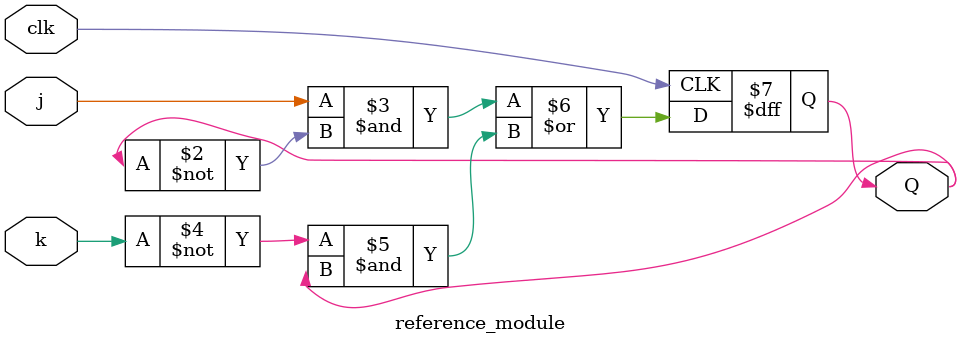
<source format=sv>
module reference_module (
	input clk,
	input j,
	input k,
	output reg Q
);

	always @(posedge clk)
		Q <= j&~Q | ~k&Q;
	
endmodule

</source>
